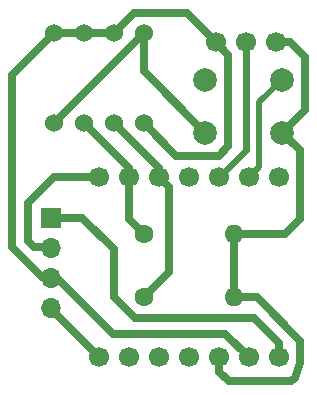
<source format=gbr>
G04 #@! TF.GenerationSoftware,KiCad,Pcbnew,7.0.1-0*
G04 #@! TF.CreationDate,2023-04-18T17:24:15+09:00*
G04 #@! TF.ProjectId,____,b8e3a4ed-2e6b-4696-9361-645f70636258,rev?*
G04 #@! TF.SameCoordinates,Original*
G04 #@! TF.FileFunction,Copper,L1,Top*
G04 #@! TF.FilePolarity,Positive*
%FSLAX46Y46*%
G04 Gerber Fmt 4.6, Leading zero omitted, Abs format (unit mm)*
G04 Created by KiCad (PCBNEW 7.0.1-0) date 2023-04-18 17:24:15*
%MOMM*%
%LPD*%
G01*
G04 APERTURE LIST*
G04 #@! TA.AperFunction,ComponentPad*
%ADD10R,1.700000X1.700000*%
G04 #@! TD*
G04 #@! TA.AperFunction,ComponentPad*
%ADD11O,1.700000X1.700000*%
G04 #@! TD*
G04 #@! TA.AperFunction,ComponentPad*
%ADD12C,1.600000*%
G04 #@! TD*
G04 #@! TA.AperFunction,ComponentPad*
%ADD13O,1.600000X1.600000*%
G04 #@! TD*
G04 #@! TA.AperFunction,ComponentPad*
%ADD14C,1.524000*%
G04 #@! TD*
G04 #@! TA.AperFunction,ComponentPad*
%ADD15C,1.700000*%
G04 #@! TD*
G04 #@! TA.AperFunction,ComponentPad*
%ADD16C,2.000000*%
G04 #@! TD*
G04 #@! TA.AperFunction,Conductor*
%ADD17C,0.700000*%
G04 #@! TD*
G04 #@! TA.AperFunction,Conductor*
%ADD18C,0.500000*%
G04 #@! TD*
G04 #@! TA.AperFunction,Conductor*
%ADD19C,0.600000*%
G04 #@! TD*
G04 APERTURE END LIST*
D10*
X135890000Y-108324000D03*
D11*
X135890000Y-110864000D03*
X135890000Y-113404000D03*
X135890000Y-115944000D03*
D12*
X143764000Y-109728000D03*
D13*
X151384000Y-109728000D03*
D14*
X136144000Y-100330000D03*
X138684000Y-100330000D03*
X141224000Y-100330000D03*
X143764000Y-100330000D03*
X136144000Y-92710000D03*
X138684000Y-92710000D03*
X141224000Y-92710000D03*
X143764000Y-92710000D03*
D15*
X149860000Y-93426000D03*
X154940000Y-93426000D03*
X152400000Y-93426000D03*
X155194000Y-104902000D03*
X152654000Y-104902000D03*
X150114000Y-104902000D03*
X147574000Y-104902000D03*
X145034000Y-104902000D03*
X142494000Y-104902000D03*
X139954000Y-104902000D03*
X139954000Y-120142000D03*
X142494000Y-120142000D03*
X145034000Y-120142000D03*
X147574000Y-120142000D03*
X150114000Y-120142000D03*
X152654000Y-120142000D03*
X155194000Y-120142000D03*
D12*
X143764000Y-115062000D03*
D13*
X151384000Y-115062000D03*
D16*
X155491251Y-101111731D03*
X148991251Y-101111731D03*
X155491251Y-96611731D03*
X148991251Y-96611731D03*
D17*
X135890000Y-113324000D02*
X135126522Y-113324000D01*
X135126522Y-113324000D02*
X132585524Y-110783002D01*
X132585524Y-110783002D02*
X132585524Y-96268476D01*
X132585524Y-96268476D02*
X136144000Y-92710000D01*
X135890000Y-115824000D02*
X135890000Y-116078000D01*
X135890000Y-116078000D02*
X139954000Y-120142000D01*
X135890000Y-110824000D02*
X134465000Y-110824000D01*
X134465000Y-110824000D02*
X133965000Y-110324000D01*
X133965000Y-110324000D02*
X133965000Y-107081000D01*
X133965000Y-107081000D02*
X136144000Y-104902000D01*
X136144000Y-104902000D02*
X139954000Y-104902000D01*
X141130584Y-118140000D02*
X136314584Y-113324000D01*
X136314584Y-113324000D02*
X135890000Y-113324000D01*
X141224000Y-110998000D02*
X138550000Y-108324000D01*
X138550000Y-108324000D02*
X135890000Y-108324000D01*
D18*
X155491251Y-96611731D02*
X153550000Y-98552982D01*
X153550000Y-104006000D02*
X152654000Y-104902000D01*
X153550000Y-98552982D02*
X153550000Y-104006000D01*
D19*
X152400000Y-93426000D02*
X152400000Y-102616000D01*
X152400000Y-102616000D02*
X150114000Y-104902000D01*
D17*
X145034000Y-104902000D02*
X145884000Y-105752000D01*
X145884000Y-105752000D02*
X145884000Y-112942000D01*
X145884000Y-112942000D02*
X143764000Y-115062000D01*
X142494000Y-104902000D02*
X142494000Y-108458000D01*
X142494000Y-108458000D02*
X143764000Y-109728000D01*
X138684000Y-100330000D02*
X142494000Y-104140000D01*
X142494000Y-104140000D02*
X142494000Y-104902000D01*
X141224000Y-100330000D02*
X145034000Y-104140000D01*
X145034000Y-104140000D02*
X145034000Y-104902000D01*
X152654000Y-120142000D02*
X152654000Y-120136415D01*
X152654000Y-120136415D02*
X150657585Y-118140000D01*
X150657585Y-118140000D02*
X141130584Y-118140000D01*
X141224000Y-114996874D02*
X141224000Y-110998000D01*
X143067126Y-116840000D02*
X141224000Y-114996874D01*
X153094081Y-116840000D02*
X143067126Y-116840000D01*
X155194000Y-118939919D02*
X153094081Y-116840000D01*
X155194000Y-120142000D02*
X155194000Y-118939919D01*
X151384000Y-115062000D02*
X153323044Y-115062000D01*
X153323044Y-115062000D02*
X157003504Y-118742460D01*
X157003504Y-118742460D02*
X157003504Y-120570492D01*
X157003504Y-120570492D02*
X156567327Y-121870716D01*
X156567327Y-121870716D02*
X156264043Y-122174000D01*
X156264043Y-122174000D02*
X150943919Y-122174000D01*
X150943919Y-122174000D02*
X150114000Y-121344081D01*
X150114000Y-121344081D02*
X150114000Y-120142000D01*
X151384000Y-109728000D02*
X151384000Y-115062000D01*
X156994000Y-108436000D02*
X155702000Y-109728000D01*
X156994000Y-102614480D02*
X156994000Y-108436000D01*
X155491251Y-101111731D02*
X156994000Y-102614480D01*
X155702000Y-109728000D02*
X151384000Y-109728000D01*
X154940000Y-93426000D02*
X156142081Y-93426000D01*
X156142081Y-93426000D02*
X157441251Y-94725170D01*
X157441251Y-99161731D02*
X155491251Y-101111731D01*
X157441251Y-94725170D02*
X157441251Y-99161731D01*
X149860000Y-93426000D02*
X150941251Y-94507251D01*
X150941251Y-102274749D02*
X150114000Y-103102000D01*
X146536000Y-103102000D02*
X143764000Y-100330000D01*
X150941251Y-94507251D02*
X150941251Y-102274749D01*
X150114000Y-103102000D02*
X146536000Y-103102000D01*
X143764000Y-92710000D02*
X143764000Y-95884480D01*
X143764000Y-95884480D02*
X148991251Y-101111731D01*
X143764000Y-92710000D02*
X136144000Y-100330000D01*
X141224000Y-92710000D02*
X142936000Y-90998000D01*
X142936000Y-90998000D02*
X147432000Y-90998000D01*
X147432000Y-90998000D02*
X149860000Y-93426000D01*
X138684000Y-92710000D02*
X141224000Y-92710000D01*
X136144000Y-92710000D02*
X138684000Y-92710000D01*
M02*

</source>
